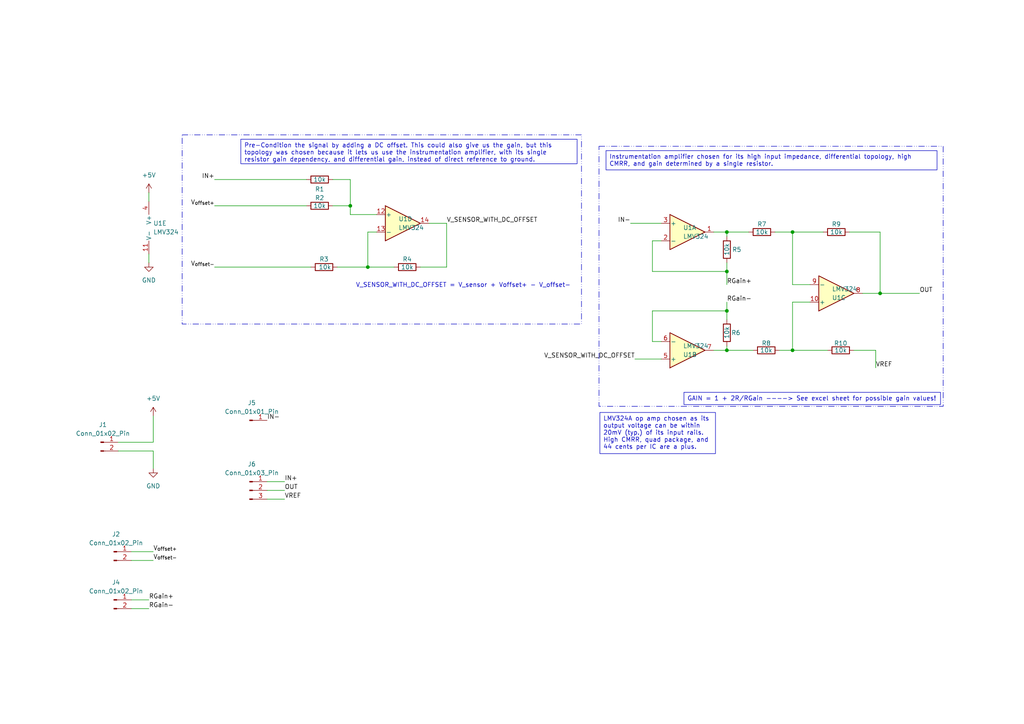
<source format=kicad_sch>
(kicad_sch (version 20250114) (generator "eeschema") (generator_version "9.0")
  (paper "A4")
  (lib_symbols
    (symbol "Amplifier_Operational:LMV324" (pin_names (offset 0.127))
      (property "Reference" "U1" (at -1.27 1.2701 0))
      (property "Value" "LMV324" (at -1.27 -1.2699 0))
      (symbol "LMV324_1_1"
        (polyline (pts (xy -5.08 5.08) (xy 5.08 0) (xy -5.08 -5.08) (xy -5.08 5.08)) (stroke (width 0.254)) (fill (type background)))
        (pin input line (at -7.62 2.54 0) (length 2.54) (name "+") (number "3"))
        (pin input line (at -7.62 -2.54 0) (length 2.54) (name "-") (number "2"))
        (pin output line (at 7.62 0 180) (length 2.54) (name "~") (number "1"))
      )
      (symbol "LMV324_2_1"
        (polyline (pts (xy -5.08 5.08) (xy 5.08 0) (xy -5.08 -5.08) (xy -5.08 5.08)) (stroke (width 0.254)) (fill (type background)))
        (pin input line (at -7.62 2.54 0) (length 2.54) (name "+") (number "5"))
        (pin input line (at -7.62 -2.54 0) (length 2.54) (name "-") (number "6"))
        (pin output line (at 7.62 0 180) (length 2.54) (name "~") (number "7"))
      )
      (symbol "LMV324_3_1"
        (polyline (pts (xy -5.08 5.08) (xy 5.08 0) (xy -5.08 -5.08) (xy -5.08 5.08)) (stroke (width 0.254)) (fill (type background)))
        (pin input line (at -7.62 2.54 0) (length 2.54) (name "+") (number "10"))
        (pin input line (at -7.62 -2.54 0) (length 2.54) (name "-") (number "9"))
        (pin output line (at 7.62 0 180) (length 2.54) (name "~") (number "8"))
      )
      (symbol "LMV324_4_1"
        (polyline (pts (xy -5.08 5.08) (xy 5.08 0) (xy -5.08 -5.08) (xy -5.08 5.08)) (stroke (width 0.254)) (fill (type background)))
        (pin input line (at -7.62 2.54 0) (length 2.54) (name "+") (number "12"))
        (pin input line (at -7.62 -2.54 0) (length 2.54) (name "-") (number "13"))
        (pin output line (at 7.62 0 180) (length 2.54) (name "~") (number "14"))
      )
      (symbol "LMV324_5_1"
        (pin power_in line (at -2.54 7.62 270) (length 3.81) (name "V+") (number "4"))
        (pin power_in line (at -2.54 -7.62 90) (length 3.81) (name "V-") (number "11"))
      )
    )
    (symbol "Connector:Conn_01x01_Pin" (pin_names (offset 1.016) (hide yes))
      (property "Reference" "J" (at 0 2.54 0))
      (property "Value" "Conn_01x01_Pin" (at 0 -2.54 0))
      (symbol "Conn_01x01_Pin_1_1"
        (rectangle (start 0.8636 0.127) (end 0 -0.127) (stroke (width 0.1524)) (fill (type outline)))
        (polyline (pts (xy 1.27 0) (xy 0.8636 0)) (stroke (width 0.1524)))
        (pin passive line (at 5.08 0 180) (length 3.81) (name "Pin_1") (number "1"))
      )
    )
    (symbol "Connector:Conn_01x02_Pin" (pin_names (offset 1.016) (hide yes))
      (property "Reference" "J" (at 0 2.54 0))
      (property "Value" "Conn_01x02_Pin" (at 0 -5.08 0))
      (symbol "Conn_01x02_Pin_1_1"
        (rectangle (start 0.8636 0.127) (end 0 -0.127) (stroke (width 0.1524)) (fill (type outline)))
        (rectangle (start 0.8636 -2.413) (end 0 -2.667) (stroke (width 0.1524)) (fill (type outline)))
        (polyline (pts (xy 1.27 0) (xy 0.8636 0)) (stroke (width 0.1524)))
        (polyline (pts (xy 1.27 -2.54) (xy 0.8636 -2.54)) (stroke (width 0.1524)))
        (pin passive line (at 5.08 0 180) (length 3.81) (name "Pin_1") (number "1"))
        (pin passive line (at 5.08 -2.54 180) (length 3.81) (name "Pin_2") (number "2"))
      )
    )
    (symbol "Connector:Conn_01x03_Pin" (pin_names (offset 1.016) (hide yes))
      (property "Reference" "J" (at 0 5.08 0))
      (property "Value" "Conn_01x03_Pin" (at 0 -5.08 0))
      (symbol "Conn_01x03_Pin_1_1"
        (rectangle (start 0.8636 2.667) (end 0 2.413) (stroke (width 0.1524)) (fill (type outline)))
        (rectangle (start 0.8636 0.127) (end 0 -0.127) (stroke (width 0.1524)) (fill (type outline)))
        (rectangle (start 0.8636 -2.413) (end 0 -2.667) (stroke (width 0.1524)) (fill (type outline)))
        (polyline (pts (xy 1.27 2.54) (xy 0.8636 2.54)) (stroke (width 0.1524)))
        (polyline (pts (xy 1.27 0) (xy 0.8636 0)) (stroke (width 0.1524)))
        (polyline (pts (xy 1.27 -2.54) (xy 0.8636 -2.54)) (stroke (width 0.1524)))
        (pin passive line (at 5.08 2.54 180) (length 3.81) (name "Pin_1") (number "1"))
        (pin passive line (at 5.08 0 180) (length 3.81) (name "Pin_2") (number "2"))
        (pin passive line (at 5.08 -2.54 180) (length 3.81) (name "Pin_3") (number "3"))
      )
    )
    (symbol "Device:R" (pin_numbers (hide yes)) (pin_names (offset 0))
      (property "Reference" "R" (at 2.032 0 90))
      (property "Value" "R" (at 0 0 90))
      (symbol "R_0_1"
        (rectangle (start -1.016 -2.54) (end 1.016 2.54) (stroke (width 0.254)))
      )
      (symbol "R_1_1"
        (pin passive line (at 0 3.81 270) (length 1.27) (name "~") (number "1"))
        (pin passive line (at 0 -3.81 90) (length 1.27) (name "~") (number "2"))
      )
    )
    (symbol "LMV324_1" (pin_names (offset 0.127))
      (property "Reference" "U1" (at -1.27 1.2701 0))
      (property "Value" "LMV324" (at -1.27 -1.2699 0))
      (symbol "LMV324_1_1_1"
        (polyline (pts (xy -5.08 5.08) (xy 5.08 0) (xy -5.08 -5.08) (xy -5.08 5.08)) (stroke (width 0.254)) (fill (type background)))
        (pin input line (at -7.62 2.54 0) (length 2.54) (name "+") (number "3"))
        (pin input line (at -7.62 -2.54 0) (length 2.54) (name "-") (number "2"))
        (pin output line (at 7.62 0 180) (length 2.54) (name "~") (number "1"))
      )
      (symbol "LMV324_1_2_1"
        (polyline (pts (xy -5.08 5.08) (xy 5.08 0) (xy -5.08 -5.08) (xy -5.08 5.08)) (stroke (width 0.254)) (fill (type background)))
        (pin input line (at -7.62 2.54 0) (length 2.54) (name "+") (number "5"))
        (pin input line (at -7.62 -2.54 0) (length 2.54) (name "-") (number "6"))
        (pin output line (at 7.62 0 180) (length 2.54) (name "~") (number "7"))
      )
      (symbol "LMV324_1_3_1"
        (polyline (pts (xy -5.08 5.08) (xy 5.08 0) (xy -5.08 -5.08) (xy -5.08 5.08)) (stroke (width 0.254)) (fill (type background)))
        (pin input line (at -7.62 2.54 0) (length 2.54) (name "+") (number "10"))
        (pin input line (at -7.62 -2.54 0) (length 2.54) (name "-") (number "9"))
        (pin output line (at 7.62 0 180) (length 2.54) (name "~") (number "8"))
      )
      (symbol "LMV324_1_4_1"
        (polyline (pts (xy -5.08 5.08) (xy 5.08 0) (xy -5.08 -5.08) (xy -5.08 5.08)) (stroke (width 0.254)) (fill (type background)))
        (pin input line (at -7.62 2.54 0) (length 2.54) (name "+") (number "12"))
        (pin input line (at -7.62 -2.54 0) (length 2.54) (name "-") (number "13"))
        (pin output line (at 7.62 0 180) (length 2.54) (name "~") (number "14"))
      )
      (symbol "LMV324_1_5_1"
        (pin power_in line (at -2.54 7.62 270) (length 3.81) (name "V+") (number "4"))
        (pin power_in line (at -2.54 -7.62 90) (length 3.81) (name "V-") (number "11"))
      )
    )
    (symbol "LMV324_2" (pin_names (offset 0.127))
      (property "Reference" "U1" (at -1.27 1.2701 0))
      (property "Value" "LMV324" (at -1.27 -1.2699 0))
      (symbol "LMV324_2_1_1"
        (polyline (pts (xy -5.08 5.08) (xy 5.08 0) (xy -5.08 -5.08) (xy -5.08 5.08)) (stroke (width 0.254)) (fill (type background)))
        (pin input line (at -7.62 2.54 0) (length 2.54) (name "+") (number "3"))
        (pin input line (at -7.62 -2.54 0) (length 2.54) (name "-") (number "2"))
        (pin output line (at 7.62 0 180) (length 2.54) (name "~") (number "1"))
      )
      (symbol "LMV324_2_2_1"
        (polyline (pts (xy -5.08 5.08) (xy 5.08 0) (xy -5.08 -5.08) (xy -5.08 5.08)) (stroke (width 0.254)) (fill (type background)))
        (pin input line (at -7.62 2.54 0) (length 2.54) (name "+") (number "5"))
        (pin input line (at -7.62 -2.54 0) (length 2.54) (name "-") (number "6"))
        (pin output line (at 7.62 0 180) (length 2.54) (name "~") (number "7"))
      )
      (symbol "LMV324_2_3_1"
        (polyline (pts (xy -5.08 5.08) (xy 5.08 0) (xy -5.08 -5.08) (xy -5.08 5.08)) (stroke (width 0.254)) (fill (type background)))
        (pin input line (at -7.62 2.54 0) (length 2.54) (name "+") (number "10"))
        (pin input line (at -7.62 -2.54 0) (length 2.54) (name "-") (number "9"))
        (pin output line (at 7.62 0 180) (length 2.54) (name "~") (number "8"))
      )
      (symbol "LMV324_2_4_1"
        (polyline (pts (xy -5.08 5.08) (xy 5.08 0) (xy -5.08 -5.08) (xy -5.08 5.08)) (stroke (width 0.254)) (fill (type background)))
        (pin input line (at -7.62 2.54 0) (length 2.54) (name "+") (number "12"))
        (pin input line (at -7.62 -2.54 0) (length 2.54) (name "-") (number "13"))
        (pin output line (at 7.62 0 180) (length 2.54) (name "~") (number "14"))
      )
      (symbol "LMV324_2_5_1"
        (pin power_in line (at -2.54 7.62 270) (length 3.81) (name "V+") (number "4"))
        (pin power_in line (at -2.54 -7.62 90) (length 3.81) (name "V-") (number "11"))
      )
    )
    (symbol "LMV324_3" (pin_names (offset 0.127))
      (property "Reference" "U1" (at -1.27 1.2701 0))
      (property "Value" "LMV324" (at -1.27 -1.2699 0))
      (symbol "LMV324_3_1_1"
        (polyline (pts (xy -5.08 5.08) (xy 5.08 0) (xy -5.08 -5.08) (xy -5.08 5.08)) (stroke (width 0.254)) (fill (type background)))
        (pin input line (at -7.62 2.54 0) (length 2.54) (name "+") (number "3"))
        (pin input line (at -7.62 -2.54 0) (length 2.54) (name "-") (number "2"))
        (pin output line (at 7.62 0 180) (length 2.54) (name "~") (number "1"))
      )
      (symbol "LMV324_3_2_1"
        (polyline (pts (xy -5.08 5.08) (xy 5.08 0) (xy -5.08 -5.08) (xy -5.08 5.08)) (stroke (width 0.254)) (fill (type background)))
        (pin input line (at -7.62 2.54 0) (length 2.54) (name "+") (number "5"))
        (pin input line (at -7.62 -2.54 0) (length 2.54) (name "-") (number "6"))
        (pin output line (at 7.62 0 180) (length 2.54) (name "~") (number "7"))
      )
      (symbol "LMV324_3_3_1"
        (polyline (pts (xy -5.08 5.08) (xy 5.08 0) (xy -5.08 -5.08) (xy -5.08 5.08)) (stroke (width 0.254)) (fill (type background)))
        (pin input line (at -7.62 2.54 0) (length 2.54) (name "+") (number "10"))
        (pin input line (at -7.62 -2.54 0) (length 2.54) (name "-") (number "9"))
        (pin output line (at 7.62 0 180) (length 2.54) (name "~") (number "8"))
      )
      (symbol "LMV324_3_4_1"
        (polyline (pts (xy -5.08 5.08) (xy 5.08 0) (xy -5.08 -5.08) (xy -5.08 5.08)) (stroke (width 0.254)) (fill (type background)))
        (pin input line (at -7.62 2.54 0) (length 2.54) (name "+") (number "12"))
        (pin input line (at -7.62 -2.54 0) (length 2.54) (name "-") (number "13"))
        (pin output line (at 7.62 0 180) (length 2.54) (name "~") (number "14"))
      )
      (symbol "LMV324_3_5_1"
        (pin power_in line (at -2.54 7.62 270) (length 3.81) (name "V+") (number "4"))
        (pin power_in line (at -2.54 -7.62 90) (length 3.81) (name "V-") (number "11"))
      )
    )
    (symbol "LMV324_4" (pin_names (offset 0.127))
      (property "Reference" "U1" (at -1.27 1.2701 0))
      (property "Value" "LMV324" (at -1.27 -1.2699 0))
      (symbol "LMV324_4_1_1"
        (polyline (pts (xy -5.08 5.08) (xy 5.08 0) (xy -5.08 -5.08) (xy -5.08 5.08)) (stroke (width 0.254)) (fill (type background)))
        (pin input line (at -7.62 2.54 0) (length 2.54) (name "+") (number "3"))
        (pin input line (at -7.62 -2.54 0) (length 2.54) (name "-") (number "2"))
        (pin output line (at 7.62 0 180) (length 2.54) (name "~") (number "1"))
      )
      (symbol "LMV324_4_2_1"
        (polyline (pts (xy -5.08 5.08) (xy 5.08 0) (xy -5.08 -5.08) (xy -5.08 5.08)) (stroke (width 0.254)) (fill (type background)))
        (pin input line (at -7.62 2.54 0) (length 2.54) (name "+") (number "5"))
        (pin input line (at -7.62 -2.54 0) (length 2.54) (name "-") (number "6"))
        (pin output line (at 7.62 0 180) (length 2.54) (name "~") (number "7"))
      )
      (symbol "LMV324_4_3_1"
        (polyline (pts (xy -5.08 5.08) (xy 5.08 0) (xy -5.08 -5.08) (xy -5.08 5.08)) (stroke (width 0.254)) (fill (type background)))
        (pin input line (at -7.62 2.54 0) (length 2.54) (name "+") (number "10"))
        (pin input line (at -7.62 -2.54 0) (length 2.54) (name "-") (number "9"))
        (pin output line (at 7.62 0 180) (length 2.54) (name "~") (number "8"))
      )
      (symbol "LMV324_4_4_1"
        (polyline (pts (xy -5.08 5.08) (xy 5.08 0) (xy -5.08 -5.08) (xy -5.08 5.08)) (stroke (width 0.254)) (fill (type background)))
        (pin input line (at -7.62 2.54 0) (length 2.54) (name "+") (number "12"))
        (pin input line (at -7.62 -2.54 0) (length 2.54) (name "-") (number "13"))
        (pin output line (at 7.62 0 180) (length 2.54) (name "~") (number "14"))
      )
      (symbol "LMV324_4_5_1"
        (pin power_in line (at -2.54 7.62 270) (length 3.81) (name "V+") (number "4"))
        (pin power_in line (at -2.54 -7.62 90) (length 3.81) (name "V-") (number "11"))
      )
    )
    (symbol "power:+5V" (power) (pin_numbers (hide yes)) (pin_names (offset 0) (hide yes))
      (property "Value" "+5V" (at 0 3.556 0))
      (symbol "+5V_0_1"
        (polyline (pts (xy -0.762 1.27) (xy 0 2.54)))
        (polyline (pts (xy 0 2.54) (xy 0.762 1.27)))
        (polyline (pts (xy 0 0) (xy 0 2.54)))
      )
      (symbol "+5V_1_1"
        (pin power_in line (at 0 0 90) (length 0) (name "~") (number "1"))
      )
    )
    (symbol "power:GND" (power) (pin_numbers (hide yes)) (pin_names (offset 0) (hide yes))
      (property "Value" "GND" (at 0 -3.81 0))
      (symbol "GND_0_1"
        (polyline (pts (xy 0 0) (xy 0 -1.27) (xy 1.27 -1.27) (xy 0 -2.54) (xy -1.27 -1.27) (xy 0 -1.27)))
      )
      (symbol "GND_1_1"
        (pin power_in line (at 0 0 270) (length 0) (name "~") (number "1"))
      )
    )
  )
  (rectangle (start 173.736 42.418) (end 273.558 117.856) (stroke (width 0) (type dash_dot_dot)))
  (rectangle (start 52.832 39.116) (end 168.656 93.98) (stroke (width 0) (type dash_dot_dot)))
  (text "V_SENSOR_WITH_DC_OFFSET = V_sensor + Voffset+ - V_offset-" (at 134.366 82.804 0) (effects (font (size 1.27 1.27))))
  (text_box "Instrumentation amplifier chosen for its high input impedance, differential topology, high CMRR, and gain determined by a single resistor." (at 175.768 43.688 0) (size 96.012 5.588) (margins 0.9525 0.9525 0.9525 0.9525) (effects (font (size 1.27 1.27)) (justify left top)))
  (text_box "Pre-Condition the signal by adding a DC offset. This could also give us the gain, but this topology was chosen because it lets us use the instrumentation amplifier, with its single resistor gain dependency, and differential gain, instead of direct reference to ground." (at 69.85 40.386 0) (size 97.536 7.112) (margins 0.9525 0.9525 0.9525 0.9525) (effects (font (size 1.27 1.27)) (justify left top)))
  (text_box "LMV324A op amp chosen as its output voltage can be within 20mV (typ.) of its input rails. High CMRR, quad package, and 44 cents per IC are a plus." (at 173.99 119.634 0) (size 33.528 11.938) (margins 0.9525 0.9525 0.9525 0.9525) (effects (font (size 1.27 1.27)) (justify left top)))
  (text_box "GAIN = 1 + 2R/RGain ----> See excel sheet for possible gain values!" (at 198.374 113.792 0) (size 74.422 3.556) (margins 0.9525 0.9525 0.9525 0.9525) (effects (font (size 1.27 1.27)) (justify left top)))
  (junction (at 210.82 90.17))
  (junction (at 255.27 85.09))
  (junction (at 210.82 101.6))
  (junction (at 229.87 67.31))
  (junction (at 106.68 77.47))
  (junction (at 210.82 78.74))
  (junction (at 210.82 67.31))
  (junction (at 101.6 59.69))
  (junction (at 229.87 101.6))
  (wire (pts (xy 254 101.6) (xy 254 106.68)))
  (wire (pts (xy 255.27 85.09) (xy 250.19 85.09)))
  (wire (pts (xy 96.52 59.69) (xy 101.6 59.69)))
  (wire (pts (xy 101.6 59.69) (xy 101.6 52.07)))
  (wire (pts (xy 229.87 87.63) (xy 229.87 101.6)))
  (wire (pts (xy 106.68 67.31) (xy 109.22 67.31)))
  (wire (pts (xy 124.46 64.77) (xy 129.54 64.77)))
  (wire (pts (xy 210.82 101.6) (xy 207.01 101.6)))
  (wire (pts (xy 38.1 173.99) (xy 43.18 173.99)))
  (wire (pts (xy 210.82 68.58) (xy 210.82 67.31)))
  (wire (pts (xy 62.23 77.47) (xy 90.17 77.47)))
  (wire (pts (xy 210.82 87.63) (xy 210.82 90.17)))
  (wire (pts (xy 224.79 67.31) (xy 229.87 67.31)))
  (wire (pts (xy 210.82 90.17) (xy 189.23 90.17)))
  (wire (pts (xy 255.27 67.31) (xy 255.27 85.09)))
  (wire (pts (xy 97.79 77.47) (xy 106.68 77.47)))
  (wire (pts (xy 44.45 162.56) (xy 38.1 162.56)))
  (wire (pts (xy 43.18 73.66) (xy 43.18 76.2)))
  (wire (pts (xy 106.68 77.47) (xy 114.3 77.47)))
  (wire (pts (xy 44.45 160.02) (xy 38.1 160.02)))
  (wire (pts (xy 184.15 104.14) (xy 191.77 104.14)))
  (wire (pts (xy 229.87 101.6) (xy 240.03 101.6)))
  (wire (pts (xy 210.82 67.31) (xy 217.17 67.31)))
  (wire (pts (xy 229.87 67.31) (xy 238.76 67.31)))
  (wire (pts (xy 210.82 90.17) (xy 210.82 92.71)))
  (wire (pts (xy 210.82 100.33) (xy 210.82 101.6)))
  (wire (pts (xy 101.6 62.23) (xy 101.6 59.69)))
  (wire (pts (xy 210.82 76.2) (xy 210.82 78.74)))
  (wire (pts (xy 43.18 55.88) (xy 43.18 58.42)))
  (wire (pts (xy 129.54 64.77) (xy 129.54 77.47)))
  (wire (pts (xy 189.23 78.74) (xy 189.23 69.85)))
  (wire (pts (xy 34.29 130.81) (xy 44.45 130.81)))
  (wire (pts (xy 121.92 77.47) (xy 129.54 77.47)))
  (wire (pts (xy 189.23 99.06) (xy 191.77 99.06)))
  (wire (pts (xy 101.6 52.07) (xy 96.52 52.07)))
  (wire (pts (xy 101.6 62.23) (xy 109.22 62.23)))
  (wire (pts (xy 210.82 67.31) (xy 207.01 67.31)))
  (wire (pts (xy 234.95 87.63) (xy 229.87 87.63)))
  (wire (pts (xy 247.65 101.6) (xy 254 101.6)))
  (wire (pts (xy 234.95 82.55) (xy 229.87 82.55)))
  (wire (pts (xy 106.68 67.31) (xy 106.68 77.47)))
  (wire (pts (xy 255.27 85.09) (xy 266.7 85.09)))
  (wire (pts (xy 182.88 64.77) (xy 191.77 64.77)))
  (wire (pts (xy 77.47 139.7) (xy 82.55 139.7)))
  (wire (pts (xy 62.23 59.69) (xy 88.9 59.69)))
  (wire (pts (xy 229.87 82.55) (xy 229.87 67.31)))
  (wire (pts (xy 34.29 128.27) (xy 44.45 128.27)))
  (wire (pts (xy 38.1 176.53) (xy 43.18 176.53)))
  (wire (pts (xy 189.23 90.17) (xy 189.23 99.06)))
  (wire (pts (xy 77.47 142.24) (xy 82.55 142.24)))
  (wire (pts (xy 210.82 101.6) (xy 218.44 101.6)))
  (wire (pts (xy 226.06 101.6) (xy 229.87 101.6)))
  (wire (pts (xy 44.45 120.65) (xy 44.45 128.27)))
  (wire (pts (xy 77.47 144.78) (xy 82.55 144.78)))
  (wire (pts (xy 62.23 52.07) (xy 88.9 52.07)))
  (wire (pts (xy 189.23 69.85) (xy 191.77 69.85)))
  (wire (pts (xy 246.38 67.31) (xy 255.27 67.31)))
  (wire (pts (xy 210.82 82.55) (xy 210.82 78.74)))
  (wire (pts (xy 44.45 130.81) (xy 44.45 135.89)))
  (wire (pts (xy 210.82 78.74) (xy 189.23 78.74)))
  (label "IN+" (at 62.23 52.07 180))
  (label "IN+" (at 82.55 139.7 0))
  (label "V_{offset+}" (at 44.45 160.02 0))
  (label "RGain+" (at 210.82 82.55 0))
  (label "V_SENSOR_WITH_DC_OFFSET" (at 184.15 104.14 180))
  (label "VREF" (at 82.55 144.78 0))
  (label "VREF" (at 254 106.68 0))
  (label "RGain-" (at 43.18 176.53 0))
  (label "IN-" (at 182.88 64.77 180))
  (label "V_{offset-}" (at 44.45 162.56 0))
  (label "OUT" (at 266.7 85.09 0))
  (label "V_{offset+}" (at 62.23 59.69 180))
  (label "V_SENSOR_WITH_DC_OFFSET" (at 129.54 64.77 0))
  (label "OUT" (at 82.55 142.24 0))
  (label "RGain+" (at 43.18 173.99 0))
  (label "V_{offset-}" (at 62.23 77.47 180))
  (label "RGain-" (at 210.82 87.63 0))
  (label "IN-" (at 77.47 121.92 0))
  (symbol (lib_id "Amplifier_Operational:LMV324") (at 45.72 66.04 0) (unit 5)
    (property "Reference" "U1" (at 44.45 64.7699 0) (effects (justify left)))
    (property "Value" "LMV324" (at 44.45 67.3099 0) (effects (justify left)))
    (property "Footprint" "Package_SO:TSSOP-14_4.4x5mm_P0.65mm" (effects (hide yes)))
    (property "Datasheet" "http://www.ti.com/lit/ds/symlink/lmv324.pdf" (effects (hide yes)))
    (property "Description" "Quad Low-Voltage Rail-to-Rail Output Operational Amplifier, SOIC-14/SSOP-14" (effects (hide yes)))
  )
  (symbol (lib_id "Device:R") (at 92.71 52.07 90) (unit 1)
    (property "Reference" "R1" (at 92.71 54.864 90))
    (property "Value" "10k" (at 92.71 52.07 90))
    (property "Footprint" "Resistor_SMD:R_0805_2012Metric_Pad1.20x1.40mm_HandSolder" (effects (hide yes)))
    (property "Description" "Resistor" (effects (hide yes)))
  )
  (symbol (lib_id "Connector:Conn_01x01_Pin") (at 72.39 121.92 0) (unit 1)
    (property "Reference" "J5" (at 73.025 116.84 0))
    (property "Value" "Conn_01x01_Pin" (at 73.025 119.38 0))
    (property "Footprint" "Connector_PinHeader_2.54mm:PinHeader_1x01_P2.54mm_Vertical" (effects (hide yes)))
    (property "Description" "Generic connector, single row, 01x01, script generated" (effects (hide yes)))
  )
  (symbol (lib_id "Device:R") (at 222.25 101.6 90) (mirror x) (unit 1)
    (property "Reference" "R8" (at 222.25 99.568 90))
    (property "Value" "10k" (at 222.25 101.6 90))
    (property "Footprint" "Resistor_SMD:R_0805_2012Metric_Pad1.20x1.40mm_HandSolder" (effects (hide yes)))
    (property "Description" "Resistor" (effects (hide yes)))
  )
  (symbol (lib_name "LMV324_4") (lib_id "Amplifier_Operational:LMV324") (at 199.39 101.6 0) (mirror x) (unit 2)
    (property "Reference" "U1" (at 198.12 102.8701 0) (effects (justify left)))
    (property "Value" "LMV324" (at 198.12 100.3301 0) (effects (justify left)))
    (property "Footprint" "Package_SO:TSSOP-14_4.4x5mm_P0.65mm" (effects (hide yes)))
    (property "Datasheet" "http://www.ti.com/lit/ds/symlink/lmv324.pdf" (effects (hide yes)))
    (property "Description" "Quad Low-Voltage Rail-to-Rail Output Operational Amplifier, SOIC-14/SSOP-14" (effects (hide yes)))
  )
  (symbol (lib_id "Connector:Conn_01x02_Pin") (at 33.02 173.99 0) (unit 1)
    (property "Reference" "J4" (at 33.655 168.91 0))
    (property "Value" "Conn_01x02_Pin" (at 33.655 171.45 0))
    (property "Footprint" "Connector_PinHeader_2.54mm:PinHeader_1x02_P2.54mm_Vertical" (effects (hide yes)))
    (property "Description" "Generic connector, single row, 01x02, script generated" (effects (hide yes)))
  )
  (symbol (lib_name "LMV324_2") (lib_id "Amplifier_Operational:LMV324") (at 199.39 67.31 0) (unit 1)
    (property "Reference" "U1" (at 198.12 66.0399 0) (effects (justify left)))
    (property "Value" "LMV324" (at 198.12 68.5799 0) (effects (justify left)))
    (property "Footprint" "Package_SO:TSSOP-14_4.4x5mm_P0.65mm" (effects (hide yes)))
    (property "Datasheet" "http://www.ti.com/lit/ds/symlink/lmv324.pdf" (effects (hide yes)))
    (property "Description" "Quad Low-Voltage Rail-to-Rail Output Operational Amplifier, SOIC-14/SSOP-14" (effects (hide yes)))
  )
  (symbol (lib_id "power:GND") (at 44.45 135.89 0) (unit 1)
    (property "Reference" "#PWR04" (effects (hide yes)))
    (property "Value" "GND" (at 44.45 140.97 0))
    (property "Description" "Power symbol creates a global label with name \"GND\" , ground" (effects (hide yes)))
  )
  (symbol (lib_id "power:+5V") (at 44.45 120.65 0) (unit 1)
    (property "Reference" "#PWR03" (effects (hide yes)))
    (property "Value" "+5V" (at 44.45 115.57 0))
    (property "Description" "Power symbol creates a global label with name \"+5V\"" (effects (hide yes)))
  )
  (symbol (lib_id "Connector:Conn_01x03_Pin") (at 72.39 142.24 0) (unit 1)
    (property "Reference" "J6" (at 73.025 134.62 0))
    (property "Value" "Conn_01x03_Pin" (at 73.025 137.16 0))
    (property "Footprint" "Connector_PinHeader_2.54mm:PinHeader_1x03_P2.54mm_Vertical" (effects (hide yes)))
    (property "Description" "Generic connector, single row, 01x03, script generated" (effects (hide yes)))
  )
  (symbol (lib_id "Device:R") (at 92.71 59.69 90) (mirror x) (unit 1)
    (property "Reference" "R2" (at 92.71 57.404 90))
    (property "Value" "10k" (at 92.71 59.69 90))
    (property "Footprint" "Resistor_SMD:R_0805_2012Metric_Pad1.20x1.40mm_HandSolder" (effects (hide yes)))
    (property "Description" "Resistor" (effects (hide yes)))
  )
  (symbol (lib_id "Device:R") (at 243.84 101.6 90) (mirror x) (unit 1)
    (property "Reference" "R10" (at 243.84 99.568 90))
    (property "Value" "10k" (at 243.84 101.6 90))
    (property "Footprint" "Resistor_SMD:R_0805_2012Metric_Pad1.20x1.40mm_HandSolder" (effects (hide yes)))
    (property "Description" "Resistor" (effects (hide yes)))
  )
  (symbol (lib_id "Device:R") (at 93.98 77.47 90) (unit 1)
    (property "Reference" "R3" (at 93.98 75.184 90))
    (property "Value" "10k" (at 94.234 77.47 90))
    (property "Footprint" "Resistor_SMD:R_0805_2012Metric_Pad1.20x1.40mm_HandSolder" (effects (hide yes)))
    (property "Description" "Resistor" (effects (hide yes)))
  )
  (symbol (lib_id "power:+5V") (at 43.18 55.88 0) (unit 1)
    (property "Reference" "#PWR01" (effects (hide yes)))
    (property "Value" "+5V" (at 43.18 50.8 0))
    (property "Description" "Power symbol creates a global label with name \"+5V\"" (effects (hide yes)))
  )
  (symbol (lib_id "power:GND") (at 43.18 76.2 0) (unit 1)
    (property "Reference" "#PWR02" (effects (hide yes)))
    (property "Value" "GND" (at 43.18 81.28 0))
    (property "Description" "Power symbol creates a global label with name \"GND\" , ground" (effects (hide yes)))
  )
  (symbol (lib_id "Device:R") (at 210.82 96.52 0) (unit 1)
    (property "Reference" "R6" (at 212.09 96.52 0) (effects (justify left)))
    (property "Value" "10k" (at 210.82 98.298 90) (effects (justify left)))
    (property "Footprint" "Resistor_SMD:R_0805_2012Metric_Pad1.20x1.40mm_HandSolder" (effects (hide yes)))
    (property "Description" "Resistor" (effects (hide yes)))
  )
  (symbol (lib_id "Device:R") (at 242.57 67.31 90) (unit 1)
    (property "Reference" "R9" (at 242.57 65.024 90))
    (property "Value" "10k" (at 242.57 67.31 90))
    (property "Footprint" "Resistor_SMD:R_0805_2012Metric_Pad1.20x1.40mm_HandSolder" (effects (hide yes)))
    (property "Description" "Resistor" (effects (hide yes)))
  )
  (symbol (lib_name "LMV324_1") (lib_id "Amplifier_Operational:LMV324") (at 116.84 64.77 0) (unit 4)
    (property "Reference" "U1" (at 115.57 63.4999 0) (effects (justify left)))
    (property "Value" "LMV324" (at 115.57 66.0399 0) (effects (justify left)))
    (property "Footprint" "Package_SO:TSSOP-14_4.4x5mm_P0.65mm" (effects (hide yes)))
    (property "Datasheet" "http://www.ti.com/lit/ds/symlink/lmv324.pdf" (effects (hide yes)))
    (property "Description" "Quad Low-Voltage Rail-to-Rail Output Operational Amplifier, SOIC-14/SSOP-14" (effects (hide yes)))
  )
  (symbol (lib_id "Device:R") (at 118.11 77.47 90) (unit 1)
    (property "Reference" "R4" (at 118.11 75.184 90))
    (property "Value" "10k" (at 118.11 77.47 90))
    (property "Footprint" "Resistor_SMD:R_0805_2012Metric_Pad1.20x1.40mm_HandSolder" (effects (hide yes)))
    (property "Description" "Resistor" (effects (hide yes)))
  )
  (symbol (lib_id "Device:R") (at 210.82 72.39 0) (unit 1)
    (property "Reference" "R5" (at 212.344 72.39 0) (effects (justify left)))
    (property "Value" "10k" (at 210.82 74.168 90) (effects (justify left)))
    (property "Footprint" "Resistor_SMD:R_0805_2012Metric_Pad1.20x1.40mm_HandSolder" (effects (hide yes)))
    (property "Description" "Resistor" (effects (hide yes)))
  )
  (symbol (lib_id "Connector:Conn_01x02_Pin") (at 33.02 160.02 0) (unit 1)
    (property "Reference" "J2" (at 33.655 154.94 0))
    (property "Value" "Conn_01x02_Pin" (at 33.655 157.48 0))
    (property "Footprint" "Connector_PinHeader_2.54mm:PinHeader_1x02_P2.54mm_Vertical" (effects (hide yes)))
    (property "Description" "Generic connector, single row, 01x02, script generated" (effects (hide yes)))
  )
  (symbol (lib_id "Connector:Conn_01x02_Pin") (at 29.21 128.27 0) (unit 1)
    (property "Reference" "J1" (at 29.845 123.19 0))
    (property "Value" "Conn_01x02_Pin" (at 29.845 125.73 0))
    (property "Footprint" "Connector_PinHeader_2.54mm:PinHeader_1x02_P2.54mm_Vertical" (effects (hide yes)))
    (property "Description" "Generic connector, single row, 01x02, script generated" (effects (hide yes)))
  )
  (symbol (lib_name "LMV324_3") (lib_id "Amplifier_Operational:LMV324") (at 242.57 85.09 0) (mirror x) (unit 3)
    (property "Reference" "U1" (at 241.3 86.3601 0) (effects (justify left)))
    (property "Value" "LMV324" (at 241.3 83.8201 0) (effects (justify left)))
    (property "Footprint" "Package_SO:TSSOP-14_4.4x5mm_P0.65mm" (effects (hide yes)))
    (property "Datasheet" "http://www.ti.com/lit/ds/symlink/lmv324.pdf" (effects (hide yes)))
    (property "Description" "Quad Low-Voltage Rail-to-Rail Output Operational Amplifier, SOIC-14/SSOP-14" (effects (hide yes)))
  )
  (symbol (lib_id "Device:R") (at 220.98 67.31 90) (unit 1)
    (property "Reference" "R7" (at 220.98 65.024 90))
    (property "Value" "10k" (at 220.98 67.31 90))
    (property "Footprint" "Resistor_SMD:R_0805_2012Metric_Pad1.20x1.40mm_HandSolder" (effects (hide yes)))
    (property "Description" "Resistor" (effects (hide yes)))
  )
)
</source>
